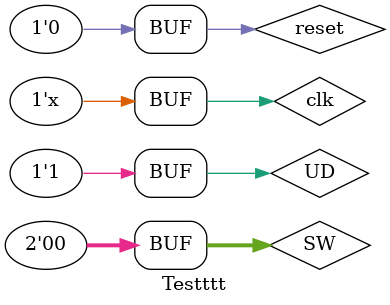
<source format=v>
`timescale 1ns / 1ps


module Testttt;

	// Inputs
	reg clk;
	reg reset;
	reg [1:0] SW;
	reg UD;

	// Outputs
	wire [7:0] LED;

	// Instantiate the Unit Under Test (UUT)
	LED_Counter uut (
		.clk(clk), 
		.reset(reset), 
		.SW(SW), 
		.UD(UD), 
		.LED(LED)
	);

	initial begin
		// Initialize Inputs
		clk = 0;
		reset = 0;
		#20 reset = 1;
		#20 reset = 0;
		SW = 0;
		UD = 1;

		// Wait 100 ns for global reset to finish
		
        
		// Add stimulus here

	end
	
	always 
   begin
   #10 clk = ~clk;
   end   
endmodule


</source>
